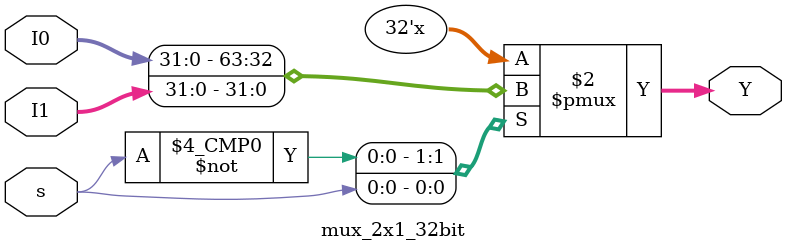
<source format=v>
/**************************************
* Module: mux_2x1
* Date:2014-09-07  
* Author: dmoran  & JDiaz   
*
* Conventions:
*    Y  -> Output
*    Ix -> Input 
*
* Description: mux 2x1
***************************************/
module  mux_2x1_32bit(output reg[31:0] Y,input wire[0:0] s, input wire[31:0] I1, I0);
    always @( s or I0 or I1)
    begin 
        case (s)
            1'b0: Y = I0;
            1'b1: Y = I1;
        endcase
    end
endmodule


</source>
